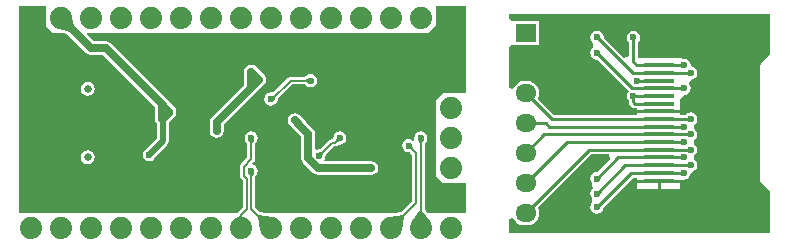
<source format=gbl>
G04*
G04 #@! TF.GenerationSoftware,Altium Limited,Altium Designer,19.1.5 (86)*
G04*
G04 Layer_Physical_Order=2*
G04 Layer_Color=16711680*
%FSLAX25Y25*%
%MOIN*%
G70*
G01*
G75*
%ADD11C,0.00500*%
%ADD13C,0.01000*%
%ADD23R,0.10000X0.01260*%
%ADD68C,0.02500*%
%ADD69C,0.02000*%
%ADD70O,0.07000X0.06000*%
%ADD71R,0.07000X0.06000*%
%ADD72C,0.07400*%
%ADD73C,0.02559*%
%ADD74O,0.06299X0.03937*%
%ADD75O,0.08268X0.03937*%
%ADD76C,0.02362*%
G36*
X48748Y34977D02*
X49056Y33582D01*
X49177Y33195D01*
X49306Y32848D01*
X49445Y32540D01*
X49593Y32271D01*
X49750Y32042D01*
X49916Y31852D01*
X48148Y30084D01*
X47958Y30250D01*
X47729Y30407D01*
X47460Y30555D01*
X47152Y30694D01*
X46805Y30823D01*
X46418Y30944D01*
X45527Y31159D01*
X45023Y31252D01*
X44479Y31337D01*
X48663Y35521D01*
X48748Y34977D01*
D02*
G37*
G36*
X82500Y4500D02*
Y3000D01*
X79000Y-500D01*
X77500Y1000D01*
Y8500D01*
X78500D01*
X82500Y4500D01*
D02*
G37*
G36*
X165813Y-5887D02*
X165361Y-6568D01*
X165313Y-6663D01*
X165278Y-6744D01*
X165257Y-6810D01*
X165250Y-6863D01*
X164750D01*
X164743Y-6810D01*
X164722Y-6744D01*
X164688Y-6663D01*
X164639Y-6568D01*
X164500Y-6338D01*
X164306Y-6051D01*
X164056Y-5709D01*
X165944D01*
X165813Y-5887D01*
D02*
G37*
G36*
X109312D02*
X108861Y-6568D01*
X108812Y-6663D01*
X108778Y-6744D01*
X108757Y-6810D01*
X108750Y-6863D01*
X108250D01*
X108243Y-6810D01*
X108222Y-6744D01*
X108187Y-6663D01*
X108139Y-6568D01*
X108000Y-6338D01*
X107806Y-6051D01*
X107556Y-5709D01*
X109444D01*
X109312Y-5887D01*
D02*
G37*
G36*
X162202Y-7553D02*
X162364Y-8354D01*
X162397Y-8455D01*
X162429Y-8536D01*
X162462Y-8598D01*
X162494Y-8641D01*
X162141Y-8994D01*
X162098Y-8962D01*
X162037Y-8929D01*
X161955Y-8897D01*
X161854Y-8864D01*
X161592Y-8800D01*
X161252Y-8734D01*
X160834Y-8669D01*
X162169Y-7334D01*
X162202Y-7553D01*
D02*
G37*
G36*
X180000Y10000D02*
X172500D01*
X170000Y7500D01*
Y-17500D01*
X172500Y-20000D01*
X180000D01*
X180000Y-30000D01*
X167172D01*
X166274Y-28787D01*
Y-7036D01*
X166648Y-6473D01*
X166763Y-6316D01*
X166812Y-6214D01*
X167054Y-5851D01*
X167224Y-5000D01*
X167054Y-4149D01*
X166572Y-3427D01*
X165851Y-2945D01*
X165000Y-2776D01*
X164149Y-2945D01*
X163427Y-3427D01*
X162945Y-4149D01*
X162776Y-5000D01*
X162890Y-5571D01*
X162432Y-5834D01*
X161851Y-5446D01*
X161000Y-5276D01*
X160149Y-5446D01*
X159427Y-5928D01*
X158946Y-6649D01*
X158776Y-7500D01*
X158946Y-8351D01*
X159427Y-9072D01*
X160149Y-9555D01*
X160574Y-9639D01*
X160677Y-9677D01*
X161078Y-9739D01*
X161373Y-9796D01*
X161533Y-9835D01*
X162225Y-10528D01*
Y-25972D01*
X158510Y-29687D01*
X156470Y-30000D01*
X113477D01*
X111508Y-29705D01*
X109774Y-27972D01*
Y-18036D01*
X110148Y-17473D01*
X110264Y-17316D01*
X110312Y-17214D01*
X110555Y-16851D01*
X110724Y-16000D01*
X110555Y-15149D01*
X110073Y-14427D01*
X109351Y-13945D01*
X109042Y-13884D01*
X108897Y-13406D01*
X109401Y-12901D01*
X109678Y-12488D01*
X109774Y-12000D01*
Y-7036D01*
X110148Y-6473D01*
X110264Y-6316D01*
X110312Y-6214D01*
X110555Y-5851D01*
X110724Y-5000D01*
X110555Y-4149D01*
X110073Y-3427D01*
X109351Y-2945D01*
X108500Y-2776D01*
X107649Y-2945D01*
X106928Y-3427D01*
X106446Y-4149D01*
X106276Y-5000D01*
X106446Y-5851D01*
X106686Y-6211D01*
X106732Y-6311D01*
X106972Y-6639D01*
X107141Y-6887D01*
X107226Y-7028D01*
Y-11472D01*
X105099Y-13599D01*
X104823Y-14012D01*
X104726Y-14500D01*
Y-17500D01*
X104823Y-17988D01*
X105099Y-18401D01*
X105726Y-19028D01*
Y-27972D01*
X104099Y-29599D01*
X103831Y-30000D01*
X31019D01*
Y38980D01*
X40000D01*
Y32500D01*
X42500Y30000D01*
X45983D01*
X46147Y29961D01*
X46474Y29858D01*
X46764Y29750D01*
X47004Y29642D01*
X47194Y29537D01*
X47271Y29485D01*
X53378Y23378D01*
X54122Y22881D01*
X55000Y22706D01*
X59050D01*
X76480Y5275D01*
Y1000D01*
X76558Y610D01*
X76779Y279D01*
X76961Y97D01*
Y-5155D01*
X73676Y-8440D01*
X73649Y-8445D01*
X72927Y-8928D01*
X72445Y-9649D01*
X72276Y-10500D01*
X72445Y-11351D01*
X72927Y-12072D01*
X73649Y-12555D01*
X74500Y-12724D01*
X75351Y-12555D01*
X76073Y-12072D01*
X76555Y-11351D01*
X76560Y-11324D01*
X80442Y-7442D01*
X80884Y-6780D01*
X81039Y-6000D01*
Y97D01*
X83221Y2279D01*
X83442Y2610D01*
X83520Y3000D01*
Y4500D01*
X83442Y4890D01*
X83221Y5221D01*
X79221Y9221D01*
X78890Y9442D01*
X78781Y9464D01*
X61622Y26622D01*
X60878Y27119D01*
X60000Y27294D01*
X55950D01*
X53706Y29538D01*
X53898Y30000D01*
X167500D01*
X170000Y32500D01*
Y38980D01*
X180000D01*
X180000Y10000D01*
D02*
G37*
G36*
X281481Y22922D02*
X278279Y19721D01*
X278058Y19390D01*
X277980Y19000D01*
Y-19000D01*
X278058Y-19390D01*
X278279Y-19721D01*
X281481Y-22922D01*
Y-36481D01*
X194300D01*
Y-31818D01*
X195800Y-31520D01*
X196006Y-32017D01*
X196647Y-32853D01*
X197483Y-33494D01*
X198456Y-33897D01*
X199500Y-34034D01*
X200500D01*
X201544Y-33897D01*
X202517Y-33494D01*
X203353Y-32853D01*
X203994Y-32017D01*
X204397Y-31044D01*
X204535Y-30000D01*
X204397Y-28956D01*
X204048Y-28114D01*
X221715Y-10447D01*
X227592D01*
X228166Y-11833D01*
X223713Y-16286D01*
X223662Y-16276D01*
X222811Y-16445D01*
X222090Y-16928D01*
X221608Y-17649D01*
X221438Y-18500D01*
X221608Y-19351D01*
X222090Y-20073D01*
X222231Y-20167D01*
X222257Y-21857D01*
X222137Y-21937D01*
X221655Y-22659D01*
X221486Y-23510D01*
X221655Y-24361D01*
X222137Y-25082D01*
Y-26437D01*
X221655Y-27159D01*
X221486Y-28010D01*
X221655Y-28861D01*
X222137Y-29582D01*
X222859Y-30064D01*
X223710Y-30233D01*
X224561Y-30064D01*
X225282Y-29582D01*
X225764Y-28861D01*
X225934Y-28010D01*
X225923Y-27959D01*
X235700Y-18182D01*
X237200Y-18264D01*
Y-21900D01*
X251500D01*
Y-20078D01*
X252708Y-18819D01*
X253559Y-18650D01*
X254280Y-18168D01*
X254762Y-17446D01*
X254932Y-16595D01*
X255783Y-16091D01*
X256504Y-15609D01*
X256986Y-14887D01*
X257155Y-14036D01*
X256986Y-13185D01*
X256504Y-12464D01*
X256275Y-12310D01*
X256248Y-12239D01*
Y-10715D01*
X256275Y-10644D01*
X256504Y-10491D01*
X256986Y-9769D01*
X257155Y-8918D01*
X256986Y-8067D01*
X256504Y-7346D01*
X256275Y-7192D01*
X256248Y-7121D01*
Y-5597D01*
X256275Y-5526D01*
X256504Y-5373D01*
X256986Y-4651D01*
X257155Y-3800D01*
X256986Y-2949D01*
X256504Y-2228D01*
X256275Y-2074D01*
X256248Y-2003D01*
Y-479D01*
X256275Y-408D01*
X256504Y-254D01*
X256986Y467D01*
X257155Y1318D01*
X256986Y2169D01*
X256504Y2891D01*
X255783Y3373D01*
X254932Y3542D01*
X254081Y3373D01*
X253359Y2891D01*
X253330Y2847D01*
X251500D01*
Y8072D01*
X252708Y9330D01*
X253559Y9500D01*
X254280Y9982D01*
X254762Y10703D01*
X254932Y11554D01*
X254762Y12405D01*
X254340Y13038D01*
X254468Y13508D01*
X254751Y14081D01*
X254985Y14460D01*
X255784Y14619D01*
X256506Y15101D01*
X256988Y15822D01*
X257157Y16673D01*
X256988Y17524D01*
X256506Y18246D01*
X255784Y18728D01*
X254932Y19231D01*
X254762Y20083D01*
X254280Y20804D01*
X253559Y21286D01*
X252884Y21420D01*
X251500Y21700D01*
Y21700D01*
X237416D01*
Y26957D01*
X237459Y26986D01*
X237941Y27708D01*
X238110Y28559D01*
X237941Y29410D01*
X237459Y30131D01*
X236737Y30613D01*
X235886Y30782D01*
X235035Y30613D01*
X234314Y30131D01*
X233832Y29410D01*
X233662Y28559D01*
X233832Y27708D01*
X234314Y26986D01*
X234357Y26957D01*
Y22196D01*
X232857Y21574D01*
X225923Y28508D01*
X225934Y28559D01*
X225764Y29410D01*
X225282Y30131D01*
X224561Y30613D01*
X223710Y30782D01*
X222859Y30613D01*
X222137Y30131D01*
X221655Y29410D01*
X221486Y28559D01*
X221655Y27708D01*
X222137Y26986D01*
X222404Y26808D01*
X222451Y26668D01*
X222451Y25281D01*
X222404Y25141D01*
X222137Y24963D01*
X221655Y24241D01*
X221486Y23390D01*
X221655Y22539D01*
X222137Y21818D01*
X222859Y21336D01*
X223710Y21167D01*
X223761Y21177D01*
X234298Y10639D01*
X233832Y9941D01*
X233662Y9090D01*
X233832Y8239D01*
X234314Y7518D01*
X234357Y7489D01*
Y7022D01*
X234473Y6437D01*
X234805Y5941D01*
X235390Y5355D01*
X235887Y5023D01*
X236472Y4907D01*
X237200D01*
Y2847D01*
X209315D01*
X204048Y8114D01*
X204397Y8956D01*
X204535Y10000D01*
X204397Y11044D01*
X203994Y12017D01*
X203353Y12853D01*
X202517Y13494D01*
X201544Y13897D01*
X200500Y14035D01*
X199500D01*
X198456Y13897D01*
X197483Y13494D01*
X196647Y12853D01*
X196006Y12017D01*
X195800Y11520D01*
X194300Y11818D01*
Y25276D01*
X195500Y26000D01*
X195800Y26000D01*
X204500D01*
Y34000D01*
X195800D01*
X195500Y34000D01*
X194300Y34724D01*
Y36481D01*
X281481D01*
Y22922D01*
D02*
G37*
G36*
X109312Y-16887D02*
X108861Y-17569D01*
X108812Y-17663D01*
X108778Y-17744D01*
X108757Y-17810D01*
X108750Y-17863D01*
X108250D01*
X108243Y-17810D01*
X108222Y-17744D01*
X108187Y-17663D01*
X108139Y-17569D01*
X108000Y-17338D01*
X107806Y-17051D01*
X107556Y-16709D01*
X109444D01*
X109312Y-16887D01*
D02*
G37*
G36*
X105261Y-30624D02*
X105293Y-30744D01*
X105348Y-30859D01*
X105423Y-30970D01*
X105521Y-31077D01*
X105640Y-31180D01*
X105781Y-31278D01*
X105943Y-31373D01*
X106128Y-31463D01*
X106333Y-31549D01*
X103667D01*
X103873Y-31463D01*
X104057Y-31373D01*
X104219Y-31278D01*
X104360Y-31180D01*
X104479Y-31077D01*
X104577Y-30970D01*
X104653Y-30859D01*
X104707Y-30744D01*
X104739Y-30624D01*
X104750Y-30500D01*
X105250D01*
X105261Y-30624D01*
D02*
G37*
G36*
X165277Y-29140D02*
X165358Y-29263D01*
X167959Y-32778D01*
X162041D01*
X164750Y-29089D01*
X165250D01*
X165277Y-29140D01*
D02*
G37*
G36*
X159357Y-30997D02*
X159339Y-31053D01*
X159310Y-31196D01*
X158663Y-35521D01*
X154479Y-31337D01*
X159003Y-30643D01*
X159357Y-30997D01*
D02*
G37*
G36*
X111053Y-30661D02*
X111196Y-30690D01*
X115521Y-31337D01*
X111337Y-35521D01*
X110643Y-30997D01*
X110997Y-30643D01*
X111053Y-30661D01*
D02*
G37*
%LPC*%
G36*
X128322Y16402D02*
X127471Y16233D01*
X127111Y15992D01*
X127011Y15946D01*
X126683Y15706D01*
X126435Y15537D01*
X126294Y15453D01*
X121678D01*
X121190Y15356D01*
X120777Y15079D01*
X115894Y10197D01*
X115305Y10190D01*
X115136Y10197D01*
X115000Y10224D01*
X114149Y10055D01*
X113427Y9572D01*
X112945Y8851D01*
X112776Y8000D01*
X112945Y7149D01*
X113427Y6427D01*
X114149Y5945D01*
X115000Y5776D01*
X115851Y5945D01*
X116572Y6427D01*
X117054Y7149D01*
X117082Y7286D01*
X117257Y7764D01*
X117348Y7982D01*
X117409Y8106D01*
X122206Y12904D01*
X126286D01*
X126849Y12531D01*
X127005Y12415D01*
X127107Y12366D01*
X127471Y12124D01*
X128322Y11954D01*
X129173Y12124D01*
X129894Y12606D01*
X130376Y13327D01*
X130546Y14178D01*
X130376Y15029D01*
X129894Y15751D01*
X129173Y16233D01*
X128322Y16402D01*
D02*
G37*
G36*
X54016Y13702D02*
X53126Y13525D01*
X52372Y13021D01*
X51868Y12267D01*
X51692Y11378D01*
X51868Y10488D01*
X52372Y9735D01*
X53126Y9231D01*
X54016Y9054D01*
X54905Y9231D01*
X55659Y9735D01*
X56163Y10488D01*
X56340Y11378D01*
X56163Y12267D01*
X55659Y13021D01*
X54905Y13525D01*
X54016Y13702D01*
D02*
G37*
G36*
X109000Y19520D02*
X108000D01*
X107610Y19442D01*
X107279Y19221D01*
X106279Y18221D01*
X106058Y17890D01*
X105980Y17500D01*
Y12725D01*
X95378Y2122D01*
X94881Y1378D01*
X94706Y500D01*
Y-2657D01*
X94881Y-3535D01*
X95378Y-4280D01*
X96122Y-4777D01*
X97000Y-4952D01*
X97878Y-4777D01*
X98622Y-4280D01*
X99119Y-3535D01*
X99294Y-2657D01*
Y-450D01*
X110281Y10536D01*
X110390Y10558D01*
X110721Y10779D01*
X113221Y13279D01*
X113442Y13610D01*
X113520Y14000D01*
Y15000D01*
X113442Y15390D01*
X113221Y15721D01*
X109721Y19221D01*
X109390Y19442D01*
X109000Y19520D01*
D02*
G37*
G36*
X54016Y-9054D02*
X53126Y-9231D01*
X52372Y-9735D01*
X51868Y-10488D01*
X51692Y-11378D01*
X51868Y-12267D01*
X52372Y-13021D01*
X53126Y-13525D01*
X54016Y-13702D01*
X54905Y-13525D01*
X55659Y-13021D01*
X56163Y-12267D01*
X56340Y-11378D01*
X56163Y-10488D01*
X55659Y-9735D01*
X54905Y-9231D01*
X54016Y-9054D01*
D02*
G37*
G36*
X123000Y3294D02*
X122122Y3119D01*
X121378Y2622D01*
X120880Y1878D01*
X120706Y1000D01*
X120880Y122D01*
X121378Y-622D01*
X123628Y-2872D01*
X125206Y-4450D01*
Y-11645D01*
X125381Y-12523D01*
X125878Y-13267D01*
X129233Y-16622D01*
X129977Y-17120D01*
X130855Y-17294D01*
X148500D01*
X149378Y-17120D01*
X150122Y-16622D01*
X150619Y-15878D01*
X150794Y-15000D01*
X150619Y-14122D01*
X150122Y-13378D01*
X149378Y-12880D01*
X148500Y-12706D01*
X133085D01*
X132817Y-12206D01*
X133054Y-11851D01*
X133139Y-11426D01*
X133177Y-11323D01*
X133239Y-10922D01*
X133296Y-10627D01*
X133335Y-10467D01*
X136034Y-7768D01*
X136520D01*
X137007Y-7671D01*
X137421Y-7395D01*
X137475Y-7341D01*
X138137Y-7207D01*
X138330Y-7178D01*
X138436Y-7140D01*
X138865Y-7055D01*
X139586Y-6572D01*
X140068Y-5851D01*
X140238Y-5000D01*
X140068Y-4149D01*
X139586Y-3427D01*
X138865Y-2945D01*
X138014Y-2776D01*
X137163Y-2945D01*
X136441Y-3427D01*
X135959Y-4149D01*
X135875Y-4574D01*
X135837Y-4677D01*
X135775Y-5078D01*
X135748Y-5220D01*
X135506D01*
X135018Y-5317D01*
X134605Y-5593D01*
X131538Y-8659D01*
X130877Y-8794D01*
X130684Y-8822D01*
X130578Y-8860D01*
X130294Y-8917D01*
X129794Y-8627D01*
Y-3500D01*
X129620Y-2622D01*
X129122Y-1878D01*
X126872Y372D01*
X124622Y2622D01*
X123878Y3119D01*
X123000Y3294D01*
D02*
G37*
%LPD*%
G36*
X127613Y13234D02*
X127435Y13366D01*
X126753Y13817D01*
X126659Y13866D01*
X126578Y13900D01*
X126512Y13921D01*
X126459Y13928D01*
Y14428D01*
X126512Y14435D01*
X126578Y14456D01*
X126659Y14491D01*
X126753Y14539D01*
X126984Y14678D01*
X127270Y14873D01*
X127613Y15123D01*
Y13234D01*
D02*
G37*
G36*
X116646Y8792D02*
X116606Y8746D01*
X116564Y8685D01*
X116518Y8607D01*
X116419Y8403D01*
X116307Y8136D01*
X116117Y7616D01*
X115058Y9180D01*
X115289Y9170D01*
X116123Y9180D01*
X116226Y9194D01*
X116308Y9212D01*
X116368Y9234D01*
X116406Y9260D01*
X116646Y8792D01*
D02*
G37*
G36*
X112500Y15000D02*
Y14000D01*
X110000Y11500D01*
X107000D01*
Y17500D01*
X108000Y18500D01*
X109000D01*
X112500Y15000D01*
D02*
G37*
G36*
X138180Y-6169D02*
X137961Y-6202D01*
X137160Y-6364D01*
X137059Y-6397D01*
X136977Y-6429D01*
X136915Y-6462D01*
X136873Y-6494D01*
X136520Y-6141D01*
X136552Y-6098D01*
X136584Y-6036D01*
X136617Y-5955D01*
X136649Y-5854D01*
X136714Y-5592D01*
X136779Y-5252D01*
X136844Y-4834D01*
X138180Y-6169D01*
D02*
G37*
G36*
X132494Y-9859D02*
X132462Y-9902D01*
X132429Y-9963D01*
X132397Y-10045D01*
X132364Y-10146D01*
X132299Y-10408D01*
X132234Y-10748D01*
X132169Y-11166D01*
X130834Y-9831D01*
X131053Y-9798D01*
X131854Y-9636D01*
X131955Y-9603D01*
X132036Y-9571D01*
X132098Y-9538D01*
X132141Y-9506D01*
X132494Y-9859D01*
D02*
G37*
D11*
X138014Y-5000D02*
X138014D01*
X136520Y-6494D02*
X138014Y-5000D01*
X135506Y-6494D02*
X136520D01*
X131000Y-11000D02*
X135506Y-6494D01*
X121678Y14178D02*
X128322D01*
X115000Y8000D02*
X115500D01*
X121678Y14178D01*
X108500Y-28500D02*
X115000Y-35000D01*
X105000Y-30500D02*
X107000Y-28500D01*
X105000Y-35000D02*
Y-30500D01*
X108500Y-28500D02*
Y-16000D01*
X165000Y-35000D02*
Y-5000D01*
X106000Y-17500D02*
Y-14500D01*
X108500Y-12000D02*
Y-5000D01*
X106000Y-14500D02*
X108500Y-12000D01*
X107000Y-28500D02*
Y-18500D01*
X106000Y-17500D02*
X107000Y-18500D01*
X163500Y-26500D02*
Y-10000D01*
X161000Y-7500D02*
X163500Y-10000D01*
X155000Y-35000D02*
X163500Y-26500D01*
D13*
X244488Y-27334D02*
Y-19291D01*
X236221D02*
X236357Y-19154D01*
X244400D01*
X200000Y20000D02*
X216123Y3877D01*
X244400Y-19154D02*
X254932D01*
X244400Y1318D02*
X254932D01*
X244400Y3877D02*
X252708D01*
X244400Y-1241D02*
X252708D01*
X244400Y-3800D02*
X254932D01*
X244400Y-6359D02*
X252708D01*
X244400Y-16595D02*
X252708Y-16595D01*
X244400Y-11477D02*
X252708D01*
X244400Y-14036D02*
X254932Y-14036D01*
X244400Y-8918D02*
X254932D01*
X244379Y-1221D02*
X244400Y-1241D01*
X223662Y-18500D02*
X230685Y-11477D01*
X244400D01*
X233183Y-14036D02*
X244400D01*
X223710Y-23510D02*
X233183Y-14036D01*
X235124Y-16595D02*
X244400D01*
X223710Y-28010D02*
X235124Y-16595D01*
X235886Y9090D02*
X235934Y9043D01*
X244353D01*
X244400Y8995D01*
X235886Y7022D02*
X236472Y6436D01*
X235886Y7022D02*
Y9090D01*
X236472Y6436D02*
X244400D01*
X235546Y11554D02*
X244400Y11554D01*
X223710Y23390D02*
X235546Y11554D01*
X244393Y14107D02*
X244400Y14113D01*
X237200Y14100D02*
X237207Y14107D01*
X244393D01*
X235596Y16672D02*
X244400Y16672D01*
X223710Y28559D02*
X235596Y16672D01*
X237069Y19231D02*
X244400D01*
X235886Y20414D02*
X237069Y19231D01*
X235886Y20414D02*
Y28559D01*
X244400Y11554D02*
X252708Y11554D01*
X244400Y16672D02*
X254933Y16672D01*
X244400Y19231D02*
X252708D01*
X200000Y0D02*
X206680D01*
X207900Y-1221D01*
X244379D01*
X200000Y-30000D02*
X221082Y-8918D01*
X244400D01*
X213641Y-6359D02*
X244400D01*
X200000Y-20000D02*
X213641Y-6359D01*
X206200Y-3800D02*
X244400D01*
X200000Y-10000D02*
X206200Y-3800D01*
X200000Y10000D02*
X208682Y1318D01*
X244400D01*
X216123Y3877D02*
X244400D01*
D23*
Y19231D02*
D03*
Y16672D02*
D03*
X244400Y14113D02*
D03*
X244400Y11554D02*
D03*
Y8995D02*
D03*
Y6436D02*
D03*
Y3877D02*
D03*
Y1318D02*
D03*
Y-1241D02*
D03*
X244400Y-3800D02*
D03*
Y-6359D02*
D03*
X244400Y-8918D02*
D03*
Y-11477D02*
D03*
Y-14036D02*
D03*
Y-16595D02*
D03*
Y-19154D02*
D03*
D68*
X79000Y2000D02*
Y6000D01*
X145500Y-15000D02*
X148500D01*
X130855D02*
X145500D01*
X127500Y-11645D02*
X130855Y-15000D01*
X60000Y25000D02*
X79000Y6000D01*
X127500Y-11645D02*
Y-3500D01*
X55000Y25000D02*
X60000D01*
X45000Y35000D02*
X55000Y25000D01*
X97000Y500D02*
X111000Y14500D01*
X97000Y-2657D02*
Y500D01*
X108500Y17000D02*
X111000Y14500D01*
X125250Y-1250D02*
X127500Y-3500D01*
X123000Y1000D02*
X125250Y-1250D01*
D69*
X74500Y-10500D02*
X79000Y-6000D01*
Y2000D01*
D70*
X200000Y-20000D02*
D03*
Y20000D02*
D03*
Y10000D02*
D03*
Y0D02*
D03*
Y-10000D02*
D03*
Y-30000D02*
D03*
D71*
Y30000D02*
D03*
D72*
X35000Y35000D02*
D03*
X45000D02*
D03*
X55000D02*
D03*
X65000D02*
D03*
X75000D02*
D03*
X85000D02*
D03*
X95000D02*
D03*
X105000D02*
D03*
X115000D02*
D03*
X125000D02*
D03*
X135000D02*
D03*
X145000D02*
D03*
X155000D02*
D03*
X165000D02*
D03*
X175000D02*
D03*
X35000Y-35000D02*
D03*
X45000D02*
D03*
X55000D02*
D03*
X65000D02*
D03*
X75000D02*
D03*
X85000D02*
D03*
X95000D02*
D03*
X105000D02*
D03*
X115000D02*
D03*
X125000D02*
D03*
X135000D02*
D03*
X145000D02*
D03*
X155000D02*
D03*
X165000D02*
D03*
X175000D02*
D03*
Y15000D02*
D03*
Y5000D02*
D03*
Y-5000D02*
D03*
Y-15000D02*
D03*
D73*
X54016Y11378D02*
D03*
Y-11378D02*
D03*
D74*
X40236Y17028D02*
D03*
Y-17028D02*
D03*
D75*
X55984D02*
D03*
Y17028D02*
D03*
D76*
X254932Y1318D02*
D03*
X252708Y3877D02*
D03*
X252708Y-1241D02*
D03*
X254932Y-3800D02*
D03*
X252708Y-6359D02*
D03*
Y-16595D02*
D03*
Y-11477D02*
D03*
X254932Y-19154D02*
D03*
Y-14036D02*
D03*
X138014Y-5000D02*
D03*
X254932Y-8918D02*
D03*
X223710Y23390D02*
D03*
X223710Y28559D02*
D03*
X235886D02*
D03*
Y9090D02*
D03*
X223710D02*
D03*
Y13590D02*
D03*
Y18290D02*
D03*
X223662Y-18500D02*
D03*
X223710Y-23510D02*
D03*
Y-28010D02*
D03*
X237200Y14100D02*
D03*
X252708Y11554D02*
D03*
X254933Y16673D02*
D03*
X252708Y19231D02*
D03*
X211200Y-34500D02*
D03*
X213100Y-24000D02*
D03*
X216900Y-18000D02*
D03*
X223100Y-34500D02*
D03*
X235000D02*
D03*
X246900D02*
D03*
X258800D02*
D03*
X270700Y-34500D02*
D03*
X278200D02*
D03*
Y-22600D02*
D03*
X275700Y-13700D02*
D03*
Y-1800D02*
D03*
Y10100D02*
D03*
Y22000D02*
D03*
X279500Y34500D02*
D03*
X267600Y34500D02*
D03*
X255700D02*
D03*
X243800D02*
D03*
X231900D02*
D03*
X220000D02*
D03*
X208100D02*
D03*
X214000Y12600D02*
D03*
X213400Y21500D02*
D03*
X208100Y22600D02*
D03*
Y10700D02*
D03*
X145000Y5000D02*
D03*
X125250Y-1250D02*
D03*
X161000Y-7500D02*
D03*
X87500Y-12500D02*
D03*
X103500Y-17500D02*
D03*
X62500Y17500D02*
D03*
Y-20000D02*
D03*
X131000Y-11000D02*
D03*
X110000Y0D02*
D03*
X77500Y-20000D02*
D03*
X170000Y20000D02*
D03*
X155000D02*
D03*
X170000Y10000D02*
D03*
X155000D02*
D03*
X47500Y-7500D02*
D03*
Y0D02*
D03*
Y7500D02*
D03*
X40000Y-7500D02*
D03*
Y0D02*
D03*
Y7500D02*
D03*
X130000Y-27500D02*
D03*
X120000D02*
D03*
X168500Y-10000D02*
D03*
X155000D02*
D03*
X142000D02*
D03*
X140000Y-24500D02*
D03*
X168500Y-18500D02*
D03*
X155000Y-23000D02*
D03*
X82500Y-2000D02*
D03*
X79000Y2000D02*
D03*
X81000Y4000D02*
D03*
X123000Y1000D02*
D03*
X145500Y-15000D02*
D03*
X97000Y500D02*
D03*
X111000Y14500D02*
D03*
X130000Y26000D02*
D03*
X100500Y10500D02*
D03*
X148500Y-15000D02*
D03*
X108500Y17000D02*
D03*
X97000Y-2657D02*
D03*
X108500Y-5000D02*
D03*
Y-16000D02*
D03*
X74500Y-10500D02*
D03*
X115000Y8000D02*
D03*
X128322Y14178D02*
D03*
X69000Y-9500D02*
D03*
X84000Y17500D02*
D03*
X87500D02*
D03*
X91000D02*
D03*
X90000Y-15000D02*
D03*
X129000Y0D02*
D03*
X124000Y-5000D02*
D03*
X119000Y0D02*
D03*
X124000Y5000D02*
D03*
X114500Y22000D02*
D03*
X165000Y-5000D02*
D03*
M02*

</source>
